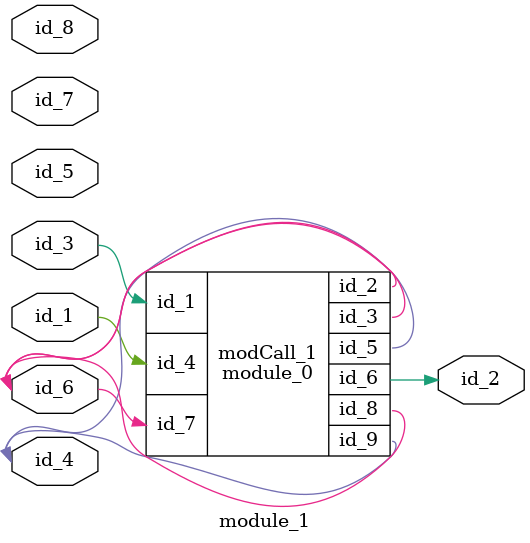
<source format=v>
module module_0 (
    id_1,
    id_2,
    id_3,
    id_4,
    id_5,
    id_6,
    id_7,
    id_8,
    id_9
);
  inout wire id_9;
  output wire id_8;
  input wire id_7;
  output wire id_6;
  inout wire id_5;
  input wire id_4;
  inout wire id_3;
  inout wire id_2;
  input wire id_1;
  assign id_3 = 1'b0 == id_9;
endmodule
module module_1 (
    id_1,
    id_2,
    id_3,
    id_4,
    id_5,
    id_6,
    id_7,
    id_8
);
  inout wire id_8;
  inout wire id_7;
  inout wire id_6;
  input wire id_5;
  inout wire id_4;
  inout wire id_3;
  output wire id_2;
  inout wire id_1;
  assign id_7[1] = 1 == id_1;
  module_0 modCall_1 (
      id_3,
      id_6,
      id_6,
      id_1,
      id_4,
      id_2,
      id_6,
      id_6,
      id_4
  );
endmodule

</source>
